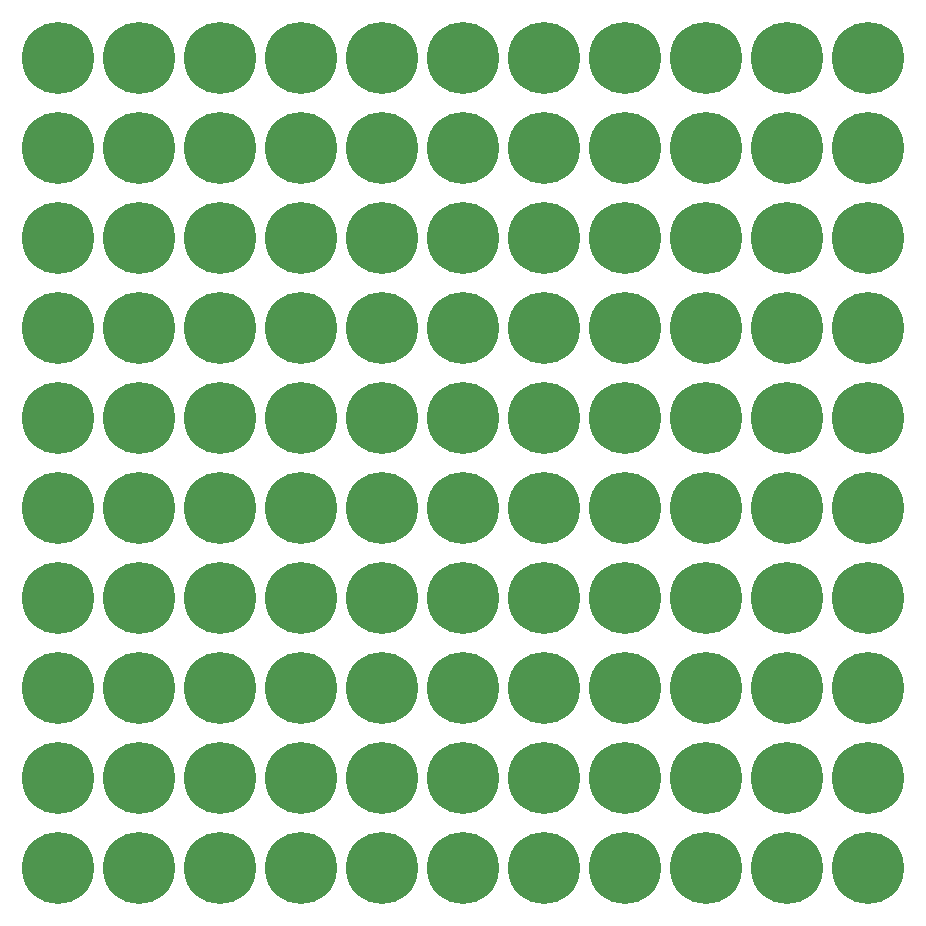
<source format=gbr>
G04 #@! TF.GenerationSoftware,KiCad,Pcbnew,(5.1.4)-1*
G04 #@! TF.CreationDate,2019-12-11T22:02:44-05:00*
G04 #@! TF.ProjectId,spacer,73706163-6572-42e6-9b69-6361645f7063,rev?*
G04 #@! TF.SameCoordinates,Original*
G04 #@! TF.FileFunction,Copper,L1,Top*
G04 #@! TF.FilePolarity,Positive*
%FSLAX46Y46*%
G04 Gerber Fmt 4.6, Leading zero omitted, Abs format (unit mm)*
G04 Created by KiCad (PCBNEW (5.1.4)-1) date 2019-12-11 22:02:44*
%MOMM*%
%LPD*%
G04 APERTURE LIST*
%ADD10C,6.100000*%
G04 APERTURE END LIST*
D10*
X84217200Y-84390000D03*
X77359200Y-84390000D03*
X70501200Y-84390000D03*
X63643200Y-84390000D03*
X56785200Y-84390000D03*
X49927200Y-84390000D03*
X43069200Y-84390000D03*
X36211200Y-84390000D03*
X29353200Y-84390000D03*
X22495200Y-84390000D03*
X15637200Y-84390000D03*
X84217200Y-76770000D03*
X77359200Y-76770000D03*
X70501200Y-76770000D03*
X63643200Y-76770000D03*
X56785200Y-76770000D03*
X49927200Y-76770000D03*
X43069200Y-76770000D03*
X36211200Y-76770000D03*
X29353200Y-76770000D03*
X22495200Y-76770000D03*
X15637200Y-76770000D03*
X84217200Y-69150000D03*
X77359200Y-69150000D03*
X70501200Y-69150000D03*
X63643200Y-69150000D03*
X56785200Y-69150000D03*
X49927200Y-69150000D03*
X43069200Y-69150000D03*
X36211200Y-69150000D03*
X29353200Y-69150000D03*
X22495200Y-69150000D03*
X15637200Y-69150000D03*
X84217200Y-61530000D03*
X77359200Y-61530000D03*
X70501200Y-61530000D03*
X63643200Y-61530000D03*
X56785200Y-61530000D03*
X49927200Y-61530000D03*
X43069200Y-61530000D03*
X36211200Y-61530000D03*
X29353200Y-61530000D03*
X22495200Y-61530000D03*
X15637200Y-61530000D03*
X84217200Y-53910000D03*
X77359200Y-53910000D03*
X70501200Y-53910000D03*
X63643200Y-53910000D03*
X56785200Y-53910000D03*
X49927200Y-53910000D03*
X43069200Y-53910000D03*
X36211200Y-53910000D03*
X29353200Y-53910000D03*
X22495200Y-53910000D03*
X15637200Y-53910000D03*
X84217200Y-46290000D03*
X77359200Y-46290000D03*
X70501200Y-46290000D03*
X63643200Y-46290000D03*
X56785200Y-46290000D03*
X49927200Y-46290000D03*
X43069200Y-46290000D03*
X36211200Y-46290000D03*
X29353200Y-46290000D03*
X22495200Y-46290000D03*
X15637200Y-46290000D03*
X84217200Y-38670000D03*
X77359200Y-38670000D03*
X70501200Y-38670000D03*
X63643200Y-38670000D03*
X56785200Y-38670000D03*
X49927200Y-38670000D03*
X43069200Y-38670000D03*
X36211200Y-38670000D03*
X29353200Y-38670000D03*
X22495200Y-38670000D03*
X15637200Y-38670000D03*
X84217200Y-31050000D03*
X77359200Y-31050000D03*
X70501200Y-31050000D03*
X63643200Y-31050000D03*
X56785200Y-31050000D03*
X49927200Y-31050000D03*
X43069200Y-31050000D03*
X36211200Y-31050000D03*
X29353200Y-31050000D03*
X22495200Y-31050000D03*
X15637200Y-31050000D03*
X84217200Y-23430000D03*
X77359200Y-23430000D03*
X70501200Y-23430000D03*
X63643200Y-23430000D03*
X56785200Y-23430000D03*
X49927200Y-23430000D03*
X43069200Y-23430000D03*
X36211200Y-23430000D03*
X29353200Y-23430000D03*
X22495200Y-23430000D03*
X15637200Y-23430000D03*
X84217200Y-15810000D03*
X77359200Y-15810000D03*
X70501200Y-15810000D03*
X63643200Y-15810000D03*
X56785200Y-15810000D03*
X49927200Y-15810000D03*
X43069200Y-15810000D03*
X36211200Y-15810000D03*
X29353200Y-15810000D03*
X22495200Y-15810000D03*
X15637200Y-15810000D03*
M02*

</source>
